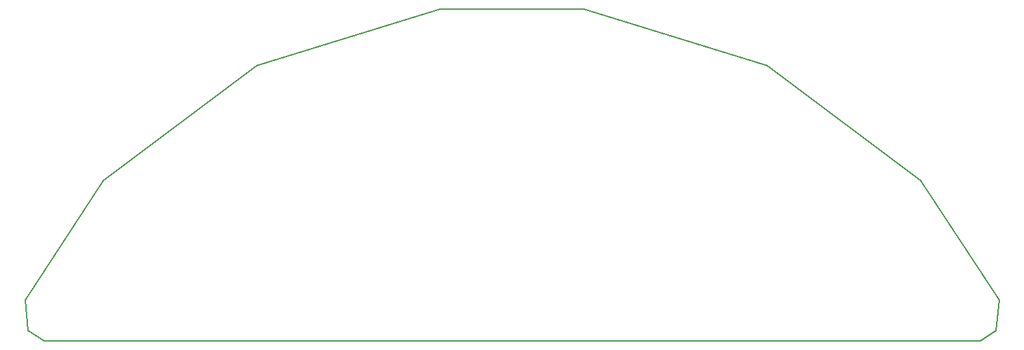
<source format=gbr>
G04 #@! TF.GenerationSoftware,KiCad,Pcbnew,(5.1.2)-1*
G04 #@! TF.CreationDate,2019-05-22T15:10:38+02:00*
G04 #@! TF.ProjectId,ADClock1,4144436c-6f63-46b3-912e-6b696361645f,rev?*
G04 #@! TF.SameCoordinates,Original*
G04 #@! TF.FileFunction,Profile,NP*
%FSLAX46Y46*%
G04 Gerber Fmt 4.6, Leading zero omitted, Abs format (unit mm)*
G04 Created by KiCad (PCBNEW (5.1.2)-1) date 2019-05-22 15:10:38*
%MOMM*%
%LPD*%
G04 APERTURE LIST*
%ADD10C,0.200000*%
G04 APERTURE END LIST*
D10*
X36145853Y-43992144D02*
X56130763Y-28972045D01*
X152771477Y-59517287D02*
X152400000Y-63500000D01*
X142552607Y-43992144D02*
X152771477Y-59517287D01*
X98686833Y-21575808D02*
X122567697Y-28972045D01*
X80011627Y-21575808D02*
X98686833Y-21575808D01*
X25926983Y-59517287D02*
X36145853Y-43992144D01*
X26298460Y-63500000D02*
X25926983Y-59517287D01*
X122567697Y-28972045D02*
X142552607Y-43992144D01*
X150311763Y-64874507D02*
X28386697Y-64874507D01*
X56130763Y-28972045D02*
X80011627Y-21575808D01*
X28386697Y-64874507D02*
X26298460Y-63500000D01*
X152400000Y-63500000D02*
X150311763Y-64874507D01*
M02*

</source>
